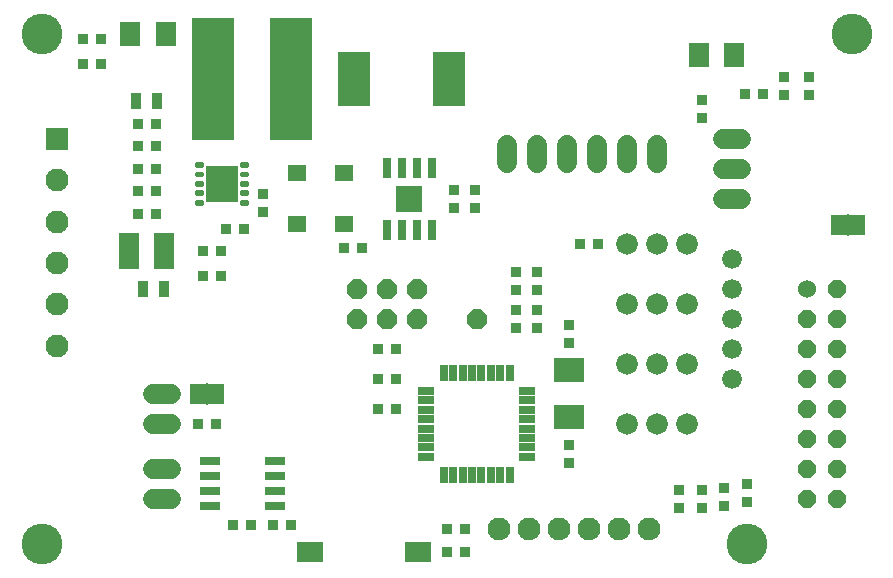
<source format=gts>
G75*
G70*
%OFA0B0*%
%FSLAX24Y24*%
%IPPOS*%
%LPD*%
%AMOC8*
5,1,8,0,0,1.08239X$1,22.5*
%
%ADD10C,0.1360*%
%ADD11R,0.0360X0.0360*%
%ADD12R,0.0375X0.0532*%
%ADD13C,0.0660*%
%ADD14R,0.0520X0.0690*%
%ADD15R,0.0060X0.0720*%
%ADD16R,0.0560X0.0280*%
%ADD17R,0.0280X0.0560*%
%ADD18R,0.0296X0.0680*%
%ADD19R,0.0870X0.0870*%
%ADD20R,0.1005X0.0847*%
%ADD21C,0.0600*%
%ADD22OC8,0.0600*%
%ADD23R,0.0651X0.0847*%
%ADD24OC8,0.0660*%
%ADD25C,0.0760*%
%ADD26C,0.0720*%
%ADD27C,0.0660*%
%ADD28C,0.0125*%
%ADD29R,0.1084X0.1241*%
%ADD30R,0.0639X0.0560*%
%ADD31R,0.0651X0.1202*%
%ADD32R,0.0769X0.0769*%
%ADD33C,0.0769*%
%ADD34R,0.1438X0.4076*%
%ADD35R,0.1084X0.1832*%
%ADD36R,0.0651X0.0296*%
%ADD37R,0.0890X0.0690*%
D10*
X002180Y002180D03*
X025680Y002180D03*
X029180Y019180D03*
X002180Y019180D03*
D11*
X003568Y018993D03*
X004168Y018993D03*
X004168Y018180D03*
X003568Y018180D03*
X005380Y016180D03*
X005980Y016180D03*
X005980Y015430D03*
X005380Y015430D03*
X005380Y014680D03*
X005980Y014680D03*
X005980Y013930D03*
X005380Y013930D03*
X005380Y013180D03*
X005980Y013180D03*
X007568Y011930D03*
X008168Y011930D03*
X008168Y011118D03*
X007568Y011118D03*
X008318Y012680D03*
X008918Y012680D03*
X009555Y013255D03*
X009555Y013855D03*
X012243Y012055D03*
X012843Y012055D03*
X015930Y013380D03*
X016618Y013380D03*
X016618Y013980D03*
X015930Y013980D03*
X017993Y011230D03*
X018680Y011230D03*
X018680Y010630D03*
X017993Y010630D03*
X017993Y009980D03*
X018680Y009980D03*
X018680Y009380D03*
X017993Y009380D03*
X019743Y009480D03*
X019743Y008880D03*
X020130Y012180D03*
X020730Y012180D03*
X024180Y016380D03*
X024180Y016980D03*
X025630Y017180D03*
X026230Y017180D03*
X026930Y017130D03*
X026930Y017730D03*
X027743Y017730D03*
X027743Y017130D03*
X013980Y008680D03*
X013380Y008680D03*
X013380Y007680D03*
X013980Y007680D03*
X013980Y006680D03*
X013380Y006680D03*
X007980Y006180D03*
X007380Y006180D03*
X008568Y002805D03*
X009168Y002805D03*
X009880Y002805D03*
X010480Y002805D03*
X015680Y002680D03*
X016280Y002680D03*
X016280Y001918D03*
X015680Y001918D03*
X019743Y004880D03*
X019743Y005480D03*
X023430Y003980D03*
X023430Y003380D03*
X024180Y003380D03*
X024930Y003443D03*
X024930Y004043D03*
X024180Y003980D03*
X025680Y004168D03*
X025680Y003568D03*
D12*
X006274Y010680D03*
X005566Y010680D03*
X005326Y016930D03*
X006034Y016930D03*
D13*
X017680Y015480D02*
X017680Y014880D01*
X018680Y014880D02*
X018680Y015480D01*
X019680Y015480D02*
X019680Y014880D01*
X020680Y014880D02*
X020680Y015480D01*
X021680Y015480D02*
X021680Y014880D01*
X022680Y014880D02*
X022680Y015480D01*
X024880Y015680D02*
X025480Y015680D01*
X025480Y014680D02*
X024880Y014680D01*
X024880Y013680D02*
X025480Y013680D01*
X006480Y007180D02*
X005880Y007180D01*
X005880Y006180D02*
X006480Y006180D01*
X006480Y004680D02*
X005880Y004680D01*
X005880Y003680D02*
X006480Y003680D01*
D14*
X007380Y007180D03*
X007980Y007180D03*
X028755Y012805D03*
X029355Y012805D03*
D15*
X029055Y012805D03*
X007680Y007180D03*
D16*
X014990Y007282D03*
X014990Y006967D03*
X014990Y006652D03*
X014990Y006337D03*
X014990Y006023D03*
X014990Y005708D03*
X014990Y005393D03*
X014990Y005078D03*
X018370Y005078D03*
X018370Y005393D03*
X018370Y005708D03*
X018370Y006023D03*
X018370Y006337D03*
X018370Y006652D03*
X018370Y006967D03*
X018370Y007282D03*
D17*
X017782Y007870D03*
X017467Y007870D03*
X017152Y007870D03*
X016837Y007870D03*
X016523Y007870D03*
X016208Y007870D03*
X015893Y007870D03*
X015578Y007870D03*
X015578Y004490D03*
X015893Y004490D03*
X016208Y004490D03*
X016523Y004490D03*
X016837Y004490D03*
X017152Y004490D03*
X017467Y004490D03*
X017782Y004490D03*
D18*
X015180Y012656D03*
X014680Y012656D03*
X014180Y012656D03*
X013680Y012656D03*
X013680Y014704D03*
X014180Y014704D03*
X014680Y014704D03*
X015180Y014704D03*
D19*
X014430Y013680D03*
D20*
X019743Y007967D03*
X019743Y006393D03*
D21*
X027680Y010680D03*
D22*
X028680Y010680D03*
X028680Y009680D03*
X027680Y009680D03*
X027680Y008680D03*
X028680Y008680D03*
X028680Y007680D03*
X027680Y007680D03*
X027680Y006680D03*
X028680Y006680D03*
X028680Y005680D03*
X027680Y005680D03*
X027680Y004680D03*
X028680Y004680D03*
X028680Y003680D03*
X027680Y003680D03*
D23*
X025271Y018480D03*
X024089Y018480D03*
X006308Y019180D03*
X005127Y019180D03*
D24*
X012680Y010680D03*
X013680Y010680D03*
X014680Y010680D03*
X014680Y009680D03*
X013680Y009680D03*
X012680Y009680D03*
X016680Y009680D03*
D25*
X017430Y002680D03*
X018430Y002680D03*
X019430Y002680D03*
X020430Y002680D03*
X021430Y002680D03*
X022430Y002680D03*
D26*
X022680Y006180D03*
X021680Y006180D03*
X023680Y006180D03*
X023680Y008180D03*
X022680Y008180D03*
X021680Y008180D03*
X021680Y010180D03*
X022680Y010180D03*
X023680Y010180D03*
X023680Y012180D03*
X022680Y012180D03*
X021680Y012180D03*
D27*
X025180Y011680D03*
X025180Y010680D03*
X025180Y009680D03*
X025180Y008680D03*
X025180Y007680D03*
D28*
X009014Y013577D02*
X008842Y013577D01*
X009014Y013577D02*
X009014Y013523D01*
X008842Y013523D01*
X008842Y013577D01*
X008842Y013892D02*
X009014Y013892D01*
X009014Y013838D01*
X008842Y013838D01*
X008842Y013892D01*
X008842Y014207D02*
X009014Y014207D01*
X009014Y014153D01*
X008842Y014153D01*
X008842Y014207D01*
X008842Y014522D02*
X009014Y014522D01*
X009014Y014468D01*
X008842Y014468D01*
X008842Y014522D01*
X008842Y014837D02*
X009014Y014837D01*
X009014Y014783D01*
X008842Y014783D01*
X008842Y014837D01*
X007518Y014837D02*
X007346Y014837D01*
X007518Y014837D02*
X007518Y014783D01*
X007346Y014783D01*
X007346Y014837D01*
X007346Y014522D02*
X007518Y014522D01*
X007518Y014468D01*
X007346Y014468D01*
X007346Y014522D01*
X007346Y014207D02*
X007518Y014207D01*
X007518Y014153D01*
X007346Y014153D01*
X007346Y014207D01*
X007346Y013892D02*
X007518Y013892D01*
X007518Y013838D01*
X007346Y013838D01*
X007346Y013892D01*
X007346Y013577D02*
X007518Y013577D01*
X007518Y013523D01*
X007346Y013523D01*
X007346Y013577D01*
D29*
X008180Y014180D03*
D30*
X010680Y014526D03*
X012243Y014526D03*
X012243Y012834D03*
X010680Y012834D03*
D31*
X006271Y011930D03*
X005089Y011930D03*
D32*
X002680Y015680D03*
D33*
X002680Y014302D03*
X002680Y012924D03*
X002680Y011546D03*
X002680Y010168D03*
X002680Y008790D03*
D34*
X007881Y017680D03*
X010479Y017680D03*
D35*
X012605Y017680D03*
X015755Y017680D03*
D36*
X009950Y004930D03*
X009950Y004430D03*
X009950Y003930D03*
X009950Y003430D03*
X007785Y003430D03*
X007785Y003930D03*
X007785Y004430D03*
X007785Y004930D03*
D37*
X011120Y001915D03*
X014740Y001915D03*
M02*

</source>
